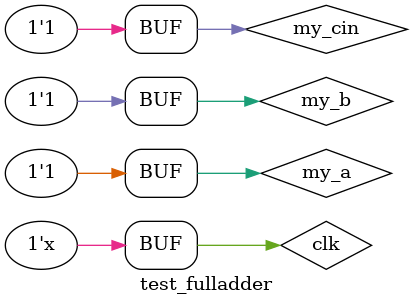
<source format=v>
`timescale 1ns/100ps
module test_fulladder();
        reg my_a,my_b,my_cin;
        wire my_sum,my_cout;
        reg clk;
        fulladder u0(.a(my_a),.b(my_b),.cin(my_cin),.sout(my_sum),.cout(my_cout));
        always #10 clk=~clk;
        initial
        begin
                clk=1'b0;
                                my_a=1'b0;my_b=1'b0;my_cin=1'b0;
                #100;
                                my_a=1'b0;my_b=1'b0;my_cin=1'b1;
                #100;
                                my_a=1'b0;my_b=1'b1;my_cin=1'b0;
                #100;
                                my_a=1'b0;my_b=1'b1;my_cin=1'b1;
                #100;
                                my_a=1'b1;my_b=1'b0;my_cin=1'b0;
                #100;
                                my_a=1'b1;my_b=1'b0;my_cin=1'b1;
                #100;
                                my_a=1'b1;my_b=1'b1;my_cin=1'b0;
                #100;
                                my_a=1'b1;my_b=1'b1;my_cin=1'b1;
                #100;
        end
endmodule

</source>
